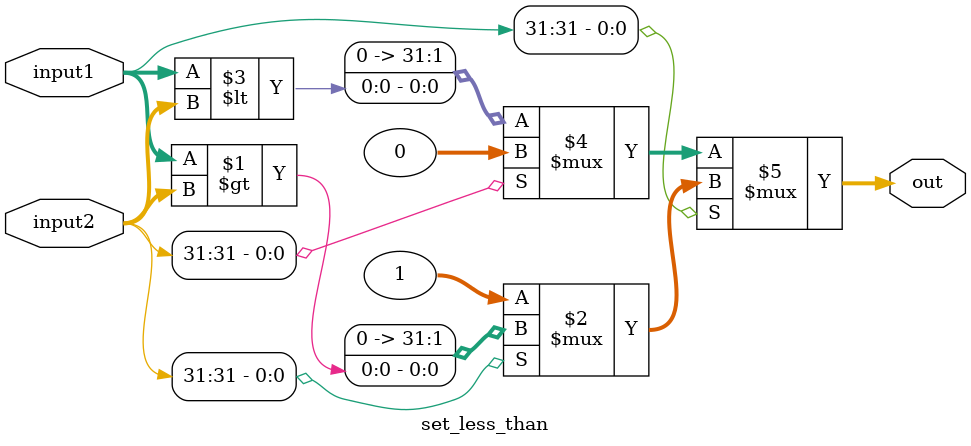
<source format=v>
module set_less_than_u(	// file.cleaned.mlir:2:3
  input  [31:0] input1,	// file.cleaned.mlir:2:33
                input2,	// file.cleaned.mlir:2:51
  output [31:0] out	// file.cleaned.mlir:2:70
);

  assign out = {31'h0, input1 < input2};	// file.cleaned.mlir:3:15, :4:10, :5:10, :6:5
endmodule

module set_less_than(	// file.cleaned.mlir:8:3
  input  [31:0] input1,	// file.cleaned.mlir:8:31
                input2,	// file.cleaned.mlir:8:49
  output [31:0] out	// file.cleaned.mlir:8:68
);

  assign out =
    input1[31]
      ? (input2[31] ? {31'h0, input1 > input2} : 32'h1)
      : input2[31] ? 32'h0 : {31'h0, input1 < input2};	// file.cleaned.mlir:9:15, :10:15, :11:15, :12:10, :13:10, :14:10, :15:10, :16:10, :17:10, :18:10, :19:10, :20:10, :21:5
endmodule


</source>
